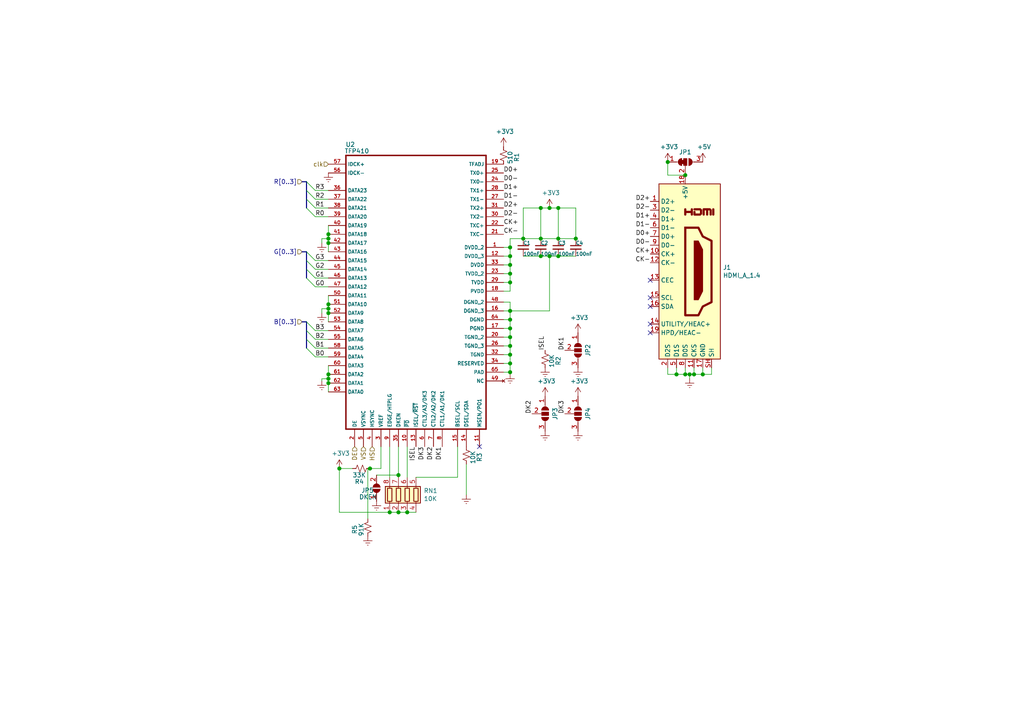
<source format=kicad_sch>
(kicad_sch (version 20200714) (host eeschema "(5.99.0-2671-gfc0a358ba)")
  (page 2 3)
  (paper "A4")
  (lib_symbols
    (symbol "Connector:HDMI_A_1.4" (pin_names (offset 0.508))
      (property "Reference" "J" (at -6.35 26.67 0))
      (property "Value" "HDMI_A_1.4" (at 10.16 26.67 0))
      (symbol "HDMI_A_1.4_0_1"
        (rectangle (start -7.62 25.4) (end 10.16 -25.4) (stroke (width 0.254)) (fill (type background)))
        (polyline (pts (xy 2.54 8.89) (xy 3.81 8.89) (xy 5.08 6.35) (xy 5.08 -5.715) (xy 3.81 -8.255) (xy 2.54 -8.255) (xy 2.54 8.89)) (fill (type outline)))
        (polyline (pts (xy 5.334 16.51) (xy 5.334 18.034) (xy 6.35 18.034) (xy 6.35 16.51) (xy 6.35 18.034) (xy 7.112 18.034) (xy 7.366 17.78) (xy 7.366 16.51)) (stroke (width 0.635)))
        (polyline (pts (xy 0 12.7) (xy 0 -12.7) (xy 3.81 -12.7) (xy 5.08 -10.16) (xy 7.62 -8.89) (xy 7.62 8.89) (xy 5.08 10.16) (xy 3.81 12.7) (xy 0 12.7)) (stroke (width 0.635)))
      )
      (symbol "HDMI_A_1.4_0_0"
        (polyline (pts (xy 8.128 16.51) (xy 8.128 18.034)) (stroke (width 0.635)))
        (polyline (pts (xy 0 16.51) (xy 0 18.034) (xy 0 17.272) (xy 1.905 17.272) (xy 1.905 18.034) (xy 1.905 16.51)) (stroke (width 0.635)))
        (polyline (pts (xy 2.667 18.034) (xy 4.318 18.034) (xy 4.572 17.78) (xy 4.572 16.764) (xy 4.318 16.51) (xy 2.667 16.51) (xy 2.667 17.272)) (stroke (width 0.635)))
      )
      (symbol "HDMI_A_1.4_1_1"
        (pin passive line (at -10.16 20.32 0) (length 2.54) (name "D2+") (number "1"))
        (pin passive line (at -10.16 5.08 0) (length 2.54) (name "CK+") (number "10"))
        (pin power_in line (at 2.54 -27.94 90) (length 2.54) (name "CKS") (number "11"))
        (pin passive line (at -10.16 2.54 0) (length 2.54) (name "CK-") (number "12"))
        (pin bidirectional line (at -10.16 -2.54 0) (length 2.54) (name "CEC") (number "13"))
        (pin passive line (at -10.16 -15.24 0) (length 2.54) (name "UTILITY/HEAC+") (number "14"))
        (pin passive line (at -10.16 -7.62 0) (length 2.54) (name "SCL") (number "15"))
        (pin bidirectional line (at -10.16 -10.16 0) (length 2.54) (name "SDA") (number "16"))
        (pin power_in line (at 5.08 -27.94 90) (length 2.54) (name "GND") (number "17"))
        (pin power_in line (at 0 27.94 270) (length 2.54) (name "+5V") (number "18"))
        (pin passive line (at -10.16 -17.78 0) (length 2.54) (name "HPD/HEAC-") (number "19"))
        (pin power_in line (at -5.08 -27.94 90) (length 2.54) (name "D2S") (number "2"))
        (pin passive line (at -10.16 17.78 0) (length 2.54) (name "D2-") (number "3"))
        (pin passive line (at -10.16 15.24 0) (length 2.54) (name "D1+") (number "4"))
        (pin power_in line (at -2.54 -27.94 90) (length 2.54) (name "D1S") (number "5"))
        (pin passive line (at -10.16 12.7 0) (length 2.54) (name "D1-") (number "6"))
        (pin passive line (at -10.16 10.16 0) (length 2.54) (name "D0+") (number "7"))
        (pin power_in line (at 0 -27.94 90) (length 2.54) (name "D0S") (number "8"))
        (pin passive line (at -10.16 7.62 0) (length 2.54) (name "D0-") (number "9"))
        (pin passive line (at 7.62 -27.94 90) (length 2.54) (name "SH") (number "SH"))
      )
    )
    (symbol "Custom_Symbols:TFP_410"
      (property "Reference" "U" (at 19.05 31.75 0))
      (property "Value" "TFP_410" (at 20.32 36.83 0))
      (symbol "TFP_410_1_1"
        (polyline (pts (xy 0 0) (xy 40.64 0)) (stroke (width 0.4064)))
        (polyline (pts (xy 0 79.375) (xy 0 0)) (stroke (width 0.4064)))
        (polyline (pts (xy 40.64 0) (xy 40.64 79.375)) (stroke (width 0.4064)))
        (polyline (pts (xy 40.64 79.375) (xy 0 79.375)) (stroke (width 0.4064)))
        (pin power_in line (at 45.72 52.705 180) (length 5.08) (name "DVDD_2") (number "1"))
        (pin input line (at 17.78 -5.08 90) (length 5.08) (name "~PD") (number "10"))
        (pin output line (at 38.735 -5.08 90) (length 5.08) (name "MSEN/PO1") (number "11"))
        (pin power_in line (at 45.72 50.165 180) (length 5.08) (name "DVDD_3") (number "12"))
        (pin input line (at 20.32 -5.08 90) (length 5.08) (name "ISEL/~RST") (number "13"))
        (pin bidirectional line (at 34.925 -5.08 90) (length 5.08) (name "DSEL/SDA") (number "14"))
        (pin input line (at 32.385 -5.08 90) (length 5.08) (name "BSEL/SCL") (number "15"))
        (pin passive line (at 45.72 34.29 180) (length 5.08) (name "DGND_3") (number "16"))
        (pin passive line (at 45.72 29.21 180) (length 5.08) (name "PGND") (number "17"))
        (pin power_in line (at 45.72 40.005 180) (length 5.08) (name "PVDD") (number "18"))
        (pin input line (at 45.72 76.835 180) (length 5.08) (name "TFADJ") (number "19"))
        (pin input line (at 2.54 -5.08 90) (length 5.08) (name "DE") (number "2"))
        (pin passive line (at 45.72 26.67 180) (length 5.08) (name "TGND_2") (number "20"))
        (pin output line (at 45.72 56.515 180) (length 5.08) (name "TXC-") (number "21"))
        (pin output line (at 45.72 59.055 180) (length 5.08) (name "TXC+") (number "22"))
        (pin power_in line (at 45.72 45.085 180) (length 5.08) (name "TVDD_2") (number "23"))
        (pin output line (at 45.72 71.755 180) (length 5.08) (name "TX0-") (number "24"))
        (pin output line (at 45.72 74.295 180) (length 5.08) (name "TX0+") (number "25"))
        (pin passive line (at 45.72 24.13 180) (length 5.08) (name "TGND_3") (number "26"))
        (pin output line (at 45.72 66.675 180) (length 5.08) (name "TX1-") (number "27"))
        (pin output line (at 45.72 69.215 180) (length 5.08) (name "TX1+") (number "28"))
        (pin power_in line (at 45.72 42.545 180) (length 5.08) (name "TVDD") (number "29"))
        (pin input line (at 10.16 -5.08 90) (length 5.08) (name "VREF") (number "3"))
        (pin output line (at 45.72 61.595 180) (length 5.08) (name "TX2-") (number "30"))
        (pin output line (at 45.72 64.135 180) (length 5.08) (name "TX2+") (number "31"))
        (pin passive line (at 45.72 21.59 180) (length 5.08) (name "TGND") (number "32"))
        (pin power_in line (at 45.72 47.625 180) (length 5.08) (name "DVDD") (number "33"))
        (pin passive line (at 45.72 19.05 180) (length 5.08) (name "RESERVED") (number "34"))
        (pin input line (at 15.24 -5.08 90) (length 5.08) (name "DKEN") (number "35"))
        (pin input line (at -5.08 69.215 0) (length 5.08) (name "DATA23") (number "36"))
        (pin input line (at -5.08 66.675 0) (length 5.08) (name "DATA22") (number "37"))
        (pin input line (at -5.08 64.135 0) (length 5.08) (name "DATA21") (number "38"))
        (pin input line (at -5.08 61.595 0) (length 5.08) (name "DATA20") (number "39"))
        (pin input line (at 7.62 -5.08 90) (length 5.08) (name "HSYNC") (number "4"))
        (pin input line (at -5.08 59.055 0) (length 5.08) (name "DATA19") (number "40"))
        (pin input line (at -5.08 56.515 0) (length 5.08) (name "DATA18") (number "41"))
        (pin input line (at -5.08 53.975 0) (length 5.08) (name "DATA17") (number "42"))
        (pin input line (at -5.08 51.435 0) (length 5.08) (name "DATA16") (number "43"))
        (pin input line (at -5.08 48.895 0) (length 5.08) (name "DATA15") (number "44"))
        (pin input line (at -5.08 46.355 0) (length 5.08) (name "DATA14") (number "45"))
        (pin input line (at -5.08 43.815 0) (length 5.08) (name "DATA13") (number "46"))
        (pin input line (at -5.08 41.275 0) (length 5.08) (name "DATA12") (number "47"))
        (pin passive line (at 45.72 36.83 180) (length 5.08) (name "DGND_2") (number "48"))
        (pin unconnected line (at 45.72 13.97 180) (length 5.08) (name "NC") (number "49"))
        (pin input line (at 5.08 -5.08 90) (length 5.08) (name "VSYNC") (number "5"))
        (pin input line (at -5.08 38.735 0) (length 5.08) (name "DATA11") (number "50"))
        (pin input line (at -5.08 36.195 0) (length 5.08) (name "DATA10") (number "51"))
        (pin input line (at -5.08 33.655 0) (length 5.08) (name "DATA9") (number "52"))
        (pin input line (at -5.08 31.115 0) (length 5.08) (name "DATA8") (number "53"))
        (pin input line (at -5.08 28.575 0) (length 5.08) (name "DATA7") (number "54"))
        (pin input line (at -5.08 26.035 0) (length 5.08) (name "DATA6") (number "55"))
        (pin input line (at -5.08 74.295 0) (length 5.08) (name "IDCK-") (number "56"))
        (pin input line (at -5.08 76.835 0) (length 5.08) (name "IDCK+") (number "57"))
        (pin input line (at -5.08 23.495 0) (length 5.08) (name "DATA5") (number "58"))
        (pin input line (at -5.08 20.955 0) (length 5.08) (name "DATA4") (number "59"))
        (pin input line (at 22.86 -5.08 90) (length 5.08) (name "CTL3/A3/DK3") (number "6"))
        (pin input line (at -5.08 18.415 0) (length 5.08) (name "DATA3") (number "60"))
        (pin input line (at -5.08 15.875 0) (length 5.08) (name "DATA2") (number "61"))
        (pin input line (at -5.08 13.335 0) (length 5.08) (name "DATA1") (number "62"))
        (pin input line (at -5.08 10.795 0) (length 5.08) (name "DATA0") (number "63"))
        (pin passive line (at 45.72 31.75 180) (length 5.08) (name "DGND") (number "64"))
        (pin passive line (at 45.72 16.51 180) (length 5.08) (name "PAD") (number "65"))
        (pin input line (at 25.4 -5.08 90) (length 5.08) (name "CTL2/A2/DK2") (number "7"))
        (pin input line (at 27.94 -5.08 90) (length 5.08) (name "CTL1/A1/DK1") (number "8"))
        (pin input line (at 12.7 -5.08 90) (length 5.08) (name "EDGE/HTPLG") (number "9"))
      )
    )
    (symbol "Device:C_Small" (pin_numbers hide) (pin_names (offset 0.254) hide)
      (property "Reference" "C" (at 0.254 1.778 0))
      (property "Value" "C_Small" (at 0.254 -2.032 0))
      (symbol "C_Small_0_1"
        (polyline (pts (xy -1.524 -0.508) (xy 1.524 -0.508)) (stroke (width 0.3302)))
        (polyline (pts (xy -1.524 0.508) (xy 1.524 0.508)) (stroke (width 0.3048)))
      )
      (symbol "C_Small_1_1"
        (pin passive line (at 0 2.54 270) (length 2.032) (name "~") (number "1"))
        (pin passive line (at 0 -2.54 90) (length 2.032) (name "~") (number "2"))
      )
    )
    (symbol "Device:R_Pack04" (pin_names (offset 0) hide)
      (property "Reference" "RN" (at -7.62 0 90))
      (property "Value" "R_Pack04" (at 5.08 0 90))
      (symbol "R_Pack04_0_1"
        (rectangle (start -3.175 1.905) (end -1.905 -1.905) (stroke (width 0.254)))
        (rectangle (start -5.715 1.905) (end -4.445 -1.905) (stroke (width 0.254)))
        (rectangle (start -0.635 1.905) (end 0.635 -1.905) (stroke (width 0.254)))
        (rectangle (start -6.35 -2.413) (end 3.81 2.413) (stroke (width 0.254)) (fill (type background)))
        (rectangle (start 1.905 1.905) (end 3.175 -1.905) (stroke (width 0.254)))
        (polyline (pts (xy -2.54 -2.54) (xy -2.54 -1.905)))
        (polyline (pts (xy -2.54 1.905) (xy -2.54 2.54)))
        (polyline (pts (xy -5.08 -2.54) (xy -5.08 -1.905)))
        (polyline (pts (xy -5.08 1.905) (xy -5.08 2.54)))
        (polyline (pts (xy 0 -2.54) (xy 0 -1.905)))
        (polyline (pts (xy 0 1.905) (xy 0 2.54)))
        (polyline (pts (xy 2.54 -2.54) (xy 2.54 -1.905)))
        (polyline (pts (xy 2.54 1.905) (xy 2.54 2.54)))
      )
      (symbol "R_Pack04_1_1"
        (pin passive line (at -5.08 -5.08 90) (length 2.54) (name "R1.1") (number "1"))
        (pin passive line (at -5.08 5.08 270) (length 2.54) (name "R1.2") (number "8"))
        (pin passive line (at -2.54 -5.08 90) (length 2.54) (name "R2.1") (number "2"))
        (pin passive line (at -2.54 5.08 270) (length 2.54) (name "R2.2") (number "7"))
        (pin passive line (at 0 -5.08 90) (length 2.54) (name "R3.1") (number "3"))
        (pin passive line (at 0 5.08 270) (length 2.54) (name "R3.2") (number "6"))
        (pin passive line (at 2.54 -5.08 90) (length 2.54) (name "R4.1") (number "4"))
        (pin passive line (at 2.54 5.08 270) (length 2.54) (name "R4.2") (number "5"))
      )
    )
    (symbol "Device:R_Small_US" (pin_numbers hide) (pin_names (offset 0.254) hide)
      (property "Reference" "R" (at 0.762 0.508 0))
      (property "Value" "R_Small_US" (at 0.762 -1.016 0))
      (symbol "R_Small_US_1_1"
        (polyline (pts (xy 0 0) (xy 1.016 -0.381) (xy 0 -0.762) (xy -1.016 -1.143) (xy 0 -1.524)))
        (polyline (pts (xy 0 1.524) (xy 1.016 1.143) (xy 0 0.762) (xy -1.016 0.381) (xy 0 0)))
        (pin passive line (at 0 2.54 270) (length 1.016) (name "~") (number "1"))
        (pin passive line (at 0 -2.54 90) (length 1.016) (name "~") (number "2"))
      )
    )
    (symbol "Jumper:SolderJumper_2_Open" (pin_names (offset 0) hide)
      (property "Reference" "JP" (at 0 2.032 0))
      (property "Value" "SolderJumper_2_Open" (at 0 -2.54 0))
      (symbol "SolderJumper_2_Open_0_1"
        (arc (start -0.254 1.016) (end -0.254 -1.016) (radius (at -0.254 0) (length 1.016) (angles 90.1 -90.1)))
        (arc (start -0.254 1.016) (end -0.254 -1.016) (radius (at -0.254 0) (length 1.016) (angles 90.1 -90.1)) (fill (type outline)))
        (arc (start 0.254 -1.016) (end 0.254 1.016) (radius (at 0.254 0) (length 1.016) (angles -89.9 89.9)))
        (arc (start 0.254 -1.016) (end 0.254 1.016) (radius (at 0.254 0) (length 1.016) (angles -89.9 89.9)) (fill (type outline)))
        (polyline (pts (xy -0.254 1.016) (xy -0.254 -1.016)))
        (polyline (pts (xy 0.254 1.016) (xy 0.254 -1.016)))
      )
      (symbol "SolderJumper_2_Open_1_1"
        (pin passive line (at -3.81 0 0) (length 2.54) (name "A") (number "1"))
        (pin passive line (at 3.81 0 180) (length 2.54) (name "B") (number "2"))
      )
    )
    (symbol "Jumper:SolderJumper_3_Bridged12" (pin_names (offset 0) hide)
      (property "Reference" "JP" (at -2.54 -2.54 0))
      (property "Value" "SolderJumper_3_Bridged12" (at 0 2.794 0))
      (symbol "SolderJumper_3_Bridged12_0_1"
        (arc (start -1.016 1.016) (end -1.016 -1.016) (radius (at -1.016 0) (length 1.016) (angles 90.1 -90.1)))
        (arc (start -1.016 1.016) (end -1.016 -1.016) (radius (at -1.016 0) (length 1.016) (angles 90.1 -90.1)) (fill (type outline)))
        (arc (start 1.016 -1.016) (end 1.016 1.016) (radius (at 1.016 0) (length 1.016) (angles -89.9 89.9)))
        (arc (start 1.016 -1.016) (end 1.016 1.016) (radius (at 1.016 0) (length 1.016) (angles -89.9 89.9)) (fill (type outline)))
        (rectangle (start -1.016 0.508) (end -0.508 -0.508) (fill (type outline)))
        (rectangle (start -0.508 1.016) (end 0.508 -1.016) (fill (type outline)))
        (polyline (pts (xy -2.54 0) (xy -2.032 0)))
        (polyline (pts (xy -1.016 1.016) (xy -1.016 -1.016)))
        (polyline (pts (xy 0 -1.27) (xy 0 -1.016)))
        (polyline (pts (xy 1.016 1.016) (xy 1.016 -1.016)))
        (polyline (pts (xy 2.54 0) (xy 2.032 0)))
      )
      (symbol "SolderJumper_3_Bridged12_1_1"
        (pin passive line (at -5.08 0 0) (length 2.54) (name "A") (number "1"))
        (pin input line (at 0 -3.81 90) (length 2.54) (name "C") (number "2"))
        (pin passive line (at 5.08 0 180) (length 2.54) (name "B") (number "3"))
      )
    )
    (symbol "Jumper:SolderJumper_3_Open" (pin_names (offset 0) hide)
      (property "Reference" "JP" (at -2.54 -2.54 0))
      (property "Value" "SolderJumper_3_Open" (at 0 2.794 0))
      (symbol "SolderJumper_3_Open_0_1"
        (arc (start -1.016 1.016) (end -1.016 -1.016) (radius (at -1.016 0) (length 1.016) (angles 90.1 -90.1)))
        (arc (start -1.016 1.016) (end -1.016 -1.016) (radius (at -1.016 0) (length 1.016) (angles 90.1 -90.1)) (fill (type outline)))
        (arc (start 1.016 -1.016) (end 1.016 1.016) (radius (at 1.016 0) (length 1.016) (angles -89.9 89.9)))
        (arc (start 1.016 -1.016) (end 1.016 1.016) (radius (at 1.016 0) (length 1.016) (angles -89.9 89.9)) (fill (type outline)))
        (rectangle (start -0.508 1.016) (end 0.508 -1.016) (fill (type outline)))
        (polyline (pts (xy -2.54 0) (xy -2.032 0)))
        (polyline (pts (xy -1.016 1.016) (xy -1.016 -1.016)))
        (polyline (pts (xy 0 -1.27) (xy 0 -1.016)))
        (polyline (pts (xy 1.016 1.016) (xy 1.016 -1.016)))
        (polyline (pts (xy 2.54 0) (xy 2.032 0)))
      )
      (symbol "SolderJumper_3_Open_1_1"
        (pin passive line (at -5.08 0 0) (length 2.54) (name "A") (number "1"))
        (pin input line (at 0 -3.81 90) (length 2.54) (name "C") (number "2"))
        (pin passive line (at 5.08 0 180) (length 2.54) (name "B") (number "3"))
      )
    )
    (symbol "power:+3V3" (power) (pin_names (offset 0))
      (property "Value" "+3V3" (at 0 3.556 0))
      (symbol "+3V3_0_1"
        (polyline (pts (xy -0.762 1.27) (xy 0 2.54)))
        (polyline (pts (xy 0 0) (xy 0 2.54)))
        (polyline (pts (xy 0 2.54) (xy 0.762 1.27)))
      )
      (symbol "+3V3_1_1"
        (pin power_in line (at 0 0 90) (length 0) hide (name "+3V3") (number "1"))
      )
    )
    (symbol "power:+5V" (power) (pin_names (offset 0))
      (property "Value" "+5V" (at 0 3.556 0))
      (symbol "+5V_0_1"
        (polyline (pts (xy -0.762 1.27) (xy 0 2.54)))
        (polyline (pts (xy 0 0) (xy 0 2.54)))
        (polyline (pts (xy 0 2.54) (xy 0.762 1.27)))
      )
      (symbol "+5V_1_1"
        (pin power_in line (at 0 0 90) (length 0) hide (name "+5V") (number "1"))
      )
    )
    (symbol "power:GNDREF" (power) (pin_names (offset 0))
      (property "Value" "GNDREF" (at 0 -3.81 0))
      (symbol "GNDREF_0_1"
        (polyline (pts (xy -0.635 -1.905) (xy 0.635 -1.905)))
        (polyline (pts (xy -0.127 -2.54) (xy 0.127 -2.54)))
        (polyline (pts (xy 0 -1.27) (xy 0 0)))
        (polyline (pts (xy 1.27 -1.27) (xy -1.27 -1.27)))
      )
      (symbol "GNDREF_1_1"
        (pin power_in line (at 0 0 270) (length 0) hide (name "GNDREF") (number "1"))
      )
    )
  )
  (junction (at 95.25 67.945) (diameter 1.016))
  (junction (at 95.25 69.215) (diameter 1.016))
  (junction (at 95.25 70.485) (diameter 1.016))
  (junction (at 95.25 88.265) (diameter 1.016))
  (junction (at 95.25 89.535) (diameter 1.016))
  (junction (at 95.25 90.805) (diameter 1.016))
  (junction (at 95.25 108.585) (diameter 1.016))
  (junction (at 95.25 109.855) (diameter 1.016))
  (junction (at 95.25 111.125) (diameter 1.016))
  (junction (at 98.425 135.89) (diameter 1.016))
  (junction (at 107.315 135.89) (diameter 1.016))
  (junction (at 113.03 148.59) (diameter 1.016))
  (junction (at 115.57 137.795) (diameter 1.016))
  (junction (at 115.57 148.59) (diameter 1.016))
  (junction (at 118.11 148.59) (diameter 1.016))
  (junction (at 147.955 71.755) (diameter 1.016))
  (junction (at 147.955 74.295) (diameter 1.016))
  (junction (at 147.955 76.835) (diameter 1.016))
  (junction (at 147.955 79.375) (diameter 1.016))
  (junction (at 147.955 81.915) (diameter 1.016))
  (junction (at 147.955 90.17) (diameter 1.016))
  (junction (at 147.955 92.71) (diameter 1.016))
  (junction (at 147.955 95.25) (diameter 1.016))
  (junction (at 147.955 97.79) (diameter 1.016))
  (junction (at 147.955 100.33) (diameter 1.016))
  (junction (at 147.955 102.87) (diameter 1.016))
  (junction (at 147.955 105.41) (diameter 1.016))
  (junction (at 147.955 107.95) (diameter 1.016))
  (junction (at 151.765 69.215) (diameter 1.016))
  (junction (at 156.845 60.325) (diameter 1.016))
  (junction (at 156.845 69.215) (diameter 1.016))
  (junction (at 156.845 74.295) (diameter 1.016))
  (junction (at 159.385 60.325) (diameter 1.016))
  (junction (at 159.385 74.295) (diameter 1.016))
  (junction (at 161.925 60.325) (diameter 1.016))
  (junction (at 161.925 69.215) (diameter 1.016))
  (junction (at 161.925 74.295) (diameter 1.016))
  (junction (at 167.005 69.215) (diameter 1.016))
  (junction (at 193.675 46.99) (diameter 1.016))
  (junction (at 196.215 108.585) (diameter 1.016))
  (junction (at 198.755 50.8) (diameter 1.016))
  (junction (at 198.755 108.585) (diameter 1.016))
  (junction (at 200.025 108.585) (diameter 1.016))
  (junction (at 201.295 108.585) (diameter 1.016))
  (junction (at 203.835 108.585) (diameter 1.016))
  (no_connect (at 188.595 86.36))
  (no_connect (at 188.595 88.9))
  (no_connect (at 188.595 96.52))
  (no_connect (at 139.065 129.54))
  (no_connect (at 188.595 81.28))
  (no_connect (at 188.595 93.98))
  (bus_entry (at 88.9 52.705) (size 2.54 2.54) (stroke (width 0.1524)))
  (bus_entry (at 88.9 55.245) (size 2.54 2.54) (stroke (width 0.1524)))
  (bus_entry (at 88.9 57.785) (size 2.54 2.54) (stroke (width 0.1524)))
  (bus_entry (at 88.9 60.325) (size 2.54 2.54) (stroke (width 0.1524)))
  (bus_entry (at 88.9 73.025) (size 2.54 2.54) (stroke (width 0.1524)))
  (bus_entry (at 88.9 75.565) (size 2.54 2.54) (stroke (width 0.1524)))
  (bus_entry (at 88.9 78.105) (size 2.54 2.54) (stroke (width 0.1524)))
  (bus_entry (at 88.9 80.645) (size 2.54 2.54) (stroke (width 0.1524)))
  (bus_entry (at 88.9 93.345) (size 2.54 2.54) (stroke (width 0.1524)))
  (bus_entry (at 88.9 95.885) (size 2.54 2.54) (stroke (width 0.1524)))
  (bus_entry (at 88.9 98.425) (size 2.54 2.54) (stroke (width 0.1524)))
  (bus_entry (at 88.9 100.965) (size 2.54 2.54) (stroke (width 0.1524)))
  (wire (pts (xy 91.44 55.245) (xy 95.25 55.245)))
  (wire (pts (xy 91.44 60.325) (xy 95.25 60.325)))
  (wire (pts (xy 91.44 80.645) (xy 95.25 80.645)))
  (wire (pts (xy 93.345 69.215) (xy 95.25 69.215)))
  (wire (pts (xy 93.345 70.485) (xy 93.345 69.215)))
  (wire (pts (xy 93.345 89.535) (xy 95.25 89.535)))
  (wire (pts (xy 93.345 90.805) (xy 93.345 89.535)))
  (wire (pts (xy 93.345 109.855) (xy 95.25 109.855)))
  (wire (pts (xy 93.345 110.49) (xy 93.345 109.855)))
  (wire (pts (xy 95.25 57.785) (xy 91.44 57.785)))
  (wire (pts (xy 95.25 62.865) (xy 91.44 62.865)))
  (wire (pts (xy 95.25 65.405) (xy 95.25 67.945)))
  (wire (pts (xy 95.25 67.945) (xy 95.25 69.215)))
  (wire (pts (xy 95.25 69.215) (xy 95.25 70.485)))
  (wire (pts (xy 95.25 70.485) (xy 95.25 73.025)))
  (wire (pts (xy 95.25 75.565) (xy 91.44 75.565)))
  (wire (pts (xy 95.25 78.105) (xy 91.44 78.105)))
  (wire (pts (xy 95.25 83.185) (xy 91.44 83.185)))
  (wire (pts (xy 95.25 85.725) (xy 95.25 88.265)))
  (wire (pts (xy 95.25 88.265) (xy 95.25 89.535)))
  (wire (pts (xy 95.25 89.535) (xy 95.25 90.805)))
  (wire (pts (xy 95.25 90.805) (xy 95.25 93.345)))
  (wire (pts (xy 95.25 95.885) (xy 91.44 95.885)))
  (wire (pts (xy 95.25 98.425) (xy 91.44 98.425)))
  (wire (pts (xy 95.25 100.965) (xy 91.44 100.965)))
  (wire (pts (xy 95.25 103.505) (xy 91.44 103.505)))
  (wire (pts (xy 95.25 106.045) (xy 95.25 108.585)))
  (wire (pts (xy 95.25 108.585) (xy 95.25 109.855)))
  (wire (pts (xy 95.25 109.855) (xy 95.25 111.125)))
  (wire (pts (xy 95.25 111.125) (xy 95.25 113.665)))
  (wire (pts (xy 98.425 135.89) (xy 98.425 148.59)))
  (wire (pts (xy 98.425 148.59) (xy 113.03 148.59)))
  (wire (pts (xy 102.235 135.89) (xy 98.425 135.89)))
  (wire (pts (xy 106.68 135.89) (xy 107.315 135.89)))
  (wire (pts (xy 106.68 150.495) (xy 106.68 135.89)))
  (wire (pts (xy 109.22 137.795) (xy 115.57 137.795)))
  (wire (pts (xy 110.49 129.54) (xy 110.49 135.89)))
  (wire (pts (xy 110.49 135.89) (xy 107.315 135.89)))
  (wire (pts (xy 113.03 129.54) (xy 113.03 138.43)))
  (wire (pts (xy 113.03 148.59) (xy 115.57 148.59)))
  (wire (pts (xy 115.57 129.54) (xy 115.57 137.795)))
  (wire (pts (xy 115.57 137.795) (xy 115.57 138.43)))
  (wire (pts (xy 115.57 148.59) (xy 118.11 148.59)))
  (wire (pts (xy 118.11 129.54) (xy 118.11 138.43)))
  (wire (pts (xy 118.11 148.59) (xy 120.65 148.59)))
  (wire (pts (xy 132.715 129.54) (xy 132.715 138.43)))
  (wire (pts (xy 132.715 138.43) (xy 120.65 138.43)))
  (wire (pts (xy 135.255 134.62) (xy 135.255 143.51)))
  (wire (pts (xy 146.05 71.755) (xy 147.955 71.755)))
  (wire (pts (xy 146.05 74.295) (xy 147.955 74.295)))
  (wire (pts (xy 146.05 76.835) (xy 147.955 76.835)))
  (wire (pts (xy 146.05 79.375) (xy 147.955 79.375)))
  (wire (pts (xy 146.05 81.915) (xy 147.955 81.915)))
  (wire (pts (xy 146.05 84.455) (xy 147.955 84.455)))
  (wire (pts (xy 146.05 87.63) (xy 147.955 87.63)))
  (wire (pts (xy 146.05 90.17) (xy 147.955 90.17)))
  (wire (pts (xy 146.05 95.25) (xy 147.955 95.25)))
  (wire (pts (xy 146.05 100.33) (xy 147.955 100.33)))
  (wire (pts (xy 146.05 105.41) (xy 147.955 105.41)))
  (wire (pts (xy 147.955 69.215) (xy 147.955 71.755)))
  (wire (pts (xy 147.955 69.215) (xy 151.765 69.215)))
  (wire (pts (xy 147.955 71.755) (xy 147.955 74.295)))
  (wire (pts (xy 147.955 74.295) (xy 147.955 76.835)))
  (wire (pts (xy 147.955 76.835) (xy 147.955 79.375)))
  (wire (pts (xy 147.955 79.375) (xy 147.955 81.915)))
  (wire (pts (xy 147.955 81.915) (xy 147.955 84.455)))
  (wire (pts (xy 147.955 87.63) (xy 147.955 90.17)))
  (wire (pts (xy 147.955 90.17) (xy 147.955 92.71)))
  (wire (pts (xy 147.955 90.17) (xy 159.385 90.17)))
  (wire (pts (xy 147.955 92.71) (xy 146.05 92.71)))
  (wire (pts (xy 147.955 92.71) (xy 147.955 95.25)))
  (wire (pts (xy 147.955 95.25) (xy 147.955 97.79)))
  (wire (pts (xy 147.955 97.79) (xy 146.05 97.79)))
  (wire (pts (xy 147.955 97.79) (xy 147.955 100.33)))
  (wire (pts (xy 147.955 100.33) (xy 147.955 102.87)))
  (wire (pts (xy 147.955 102.87) (xy 146.05 102.87)))
  (wire (pts (xy 147.955 102.87) (xy 147.955 105.41)))
  (wire (pts (xy 147.955 105.41) (xy 147.955 107.95)))
  (wire (pts (xy 147.955 107.95) (xy 146.05 107.95)))
  (wire (pts (xy 147.955 108.585) (xy 147.955 107.95)))
  (wire (pts (xy 151.765 60.325) (xy 151.765 69.215)))
  (wire (pts (xy 151.765 60.325) (xy 156.845 60.325)))
  (wire (pts (xy 151.765 69.215) (xy 156.845 69.215)))
  (wire (pts (xy 151.765 74.295) (xy 156.845 74.295)))
  (wire (pts (xy 156.845 60.325) (xy 156.845 69.215)))
  (wire (pts (xy 156.845 60.325) (xy 159.385 60.325)))
  (wire (pts (xy 156.845 69.215) (xy 161.925 69.215)))
  (wire (pts (xy 156.845 74.295) (xy 159.385 74.295)))
  (wire (pts (xy 159.385 60.325) (xy 161.925 60.325)))
  (wire (pts (xy 159.385 74.295) (xy 159.385 90.17)))
  (wire (pts (xy 159.385 74.295) (xy 161.925 74.295)))
  (wire (pts (xy 161.925 60.325) (xy 161.925 69.215)))
  (wire (pts (xy 161.925 60.325) (xy 167.005 60.325)))
  (wire (pts (xy 161.925 69.215) (xy 167.005 69.215)))
  (wire (pts (xy 161.925 74.295) (xy 167.005 74.295)))
  (wire (pts (xy 167.005 60.325) (xy 167.005 69.215)))
  (wire (pts (xy 193.675 46.99) (xy 193.675 50.8)))
  (wire (pts (xy 193.675 106.68) (xy 193.675 108.585)))
  (wire (pts (xy 193.675 108.585) (xy 196.215 108.585)))
  (wire (pts (xy 196.215 106.68) (xy 196.215 108.585)))
  (wire (pts (xy 196.215 108.585) (xy 198.755 108.585)))
  (wire (pts (xy 198.755 50.8) (xy 193.675 50.8)))
  (wire (pts (xy 198.755 106.68) (xy 198.755 108.585)))
  (wire (pts (xy 198.755 108.585) (xy 200.025 108.585)))
  (wire (pts (xy 200.025 108.585) (xy 201.295 108.585)))
  (wire (pts (xy 200.025 109.855) (xy 200.025 108.585)))
  (wire (pts (xy 201.295 106.68) (xy 201.295 108.585)))
  (wire (pts (xy 201.295 108.585) (xy 203.835 108.585)))
  (wire (pts (xy 203.835 106.68) (xy 203.835 108.585)))
  (wire (pts (xy 203.835 108.585) (xy 206.375 108.585)))
  (wire (pts (xy 206.375 108.585) (xy 206.375 106.68)))
  (bus (pts (xy 88.9 52.705) (xy 87.63 52.705)))
  (bus (pts (xy 88.9 52.705) (xy 88.9 55.245)))
  (bus (pts (xy 88.9 55.245) (xy 88.9 57.785)))
  (bus (pts (xy 88.9 57.785) (xy 88.9 60.325)))
  (bus (pts (xy 88.9 73.025) (xy 87.63 73.025)))
  (bus (pts (xy 88.9 73.025) (xy 88.9 75.565)))
  (bus (pts (xy 88.9 75.565) (xy 88.9 78.105)))
  (bus (pts (xy 88.9 78.105) (xy 88.9 80.645)))
  (bus (pts (xy 88.9 93.345) (xy 87.63 93.345)))
  (bus (pts (xy 88.9 93.345) (xy 88.9 95.885)))
  (bus (pts (xy 88.9 95.885) (xy 88.9 98.425)))
  (bus (pts (xy 88.9 98.425) (xy 88.9 100.965)))
  (label "R3" (at 91.44 55.245 0))
  (label "R2" (at 91.44 57.785 0))
  (label "R1" (at 91.44 60.325 0))
  (label "R0" (at 91.44 62.865 0))
  (label "G3" (at 91.44 75.565 0))
  (label "G2" (at 91.44 78.105 0))
  (label "G1" (at 91.44 80.645 0))
  (label "G0" (at 91.44 83.185 0))
  (label "B3" (at 91.44 95.885 0))
  (label "B2" (at 91.44 98.425 0))
  (label "B1" (at 91.44 100.965 0))
  (label "B0" (at 91.44 103.505 0))
  (label "ISEL" (at 120.65 129.54 270))
  (label "DK3" (at 123.19 129.54 270))
  (label "DK2" (at 125.73 129.54 270))
  (label "DK1" (at 128.27 129.54 270))
  (label "D0+" (at 146.05 50.165 0))
  (label "D0-" (at 146.05 52.705 0))
  (label "D1+" (at 146.05 55.245 0))
  (label "D1-" (at 146.05 57.785 0))
  (label "D2+" (at 146.05 60.325 0))
  (label "D2-" (at 146.05 62.865 0))
  (label "CK+" (at 146.05 65.405 0))
  (label "CK-" (at 146.05 67.945 0))
  (label "DK2" (at 154.305 120.015 90))
  (label "ISEL" (at 158.115 101.6 90))
  (label "DK1" (at 163.83 101.6 90))
  (label "DK3" (at 163.83 120.015 90))
  (label "D2+" (at 188.595 58.42 180))
  (label "D2-" (at 188.595 60.96 180))
  (label "D1+" (at 188.595 63.5 180))
  (label "D1-" (at 188.595 66.04 180))
  (label "D0+" (at 188.595 68.58 180))
  (label "D0-" (at 188.595 71.12 180))
  (label "CK+" (at 188.595 73.66 180))
  (label "CK-" (at 188.595 76.2 180))
  (hierarchical_label "R[0..3]" (shape input) (at 87.63 52.705 180))
  (hierarchical_label "G[0..3]" (shape input) (at 87.63 73.025 180))
  (hierarchical_label "B[0..3]" (shape input) (at 87.63 93.345 180))
  (hierarchical_label "clk" (shape input) (at 95.25 47.625 180))
  (hierarchical_label "DE" (shape input) (at 102.87 129.54 270))
  (hierarchical_label "VS" (shape input) (at 105.41 129.54 270))
  (hierarchical_label "HS" (shape input) (at 107.95 129.54 270))
  (symbol (lib_id "power:+3V3") (at 98.425 135.89 0) (unit 1)
    (property "Reference" "#PWR036" (effects hide))
    (property "Value" "+3V3" (at 98.806 131.4958 0))
  )
  (symbol (lib_id "power:+3V3") (at 146.05 42.545 0) (unit 1)
    (property "Reference" "#PWR019" (effects hide))
    (property "Value" "+3V3" (at 146.431 38.1508 0))
  )
  (symbol (lib_id "power:+3V3") (at 158.115 114.935 0) (unit 1)
    (property "Reference" "#PWR032" (effects hide))
    (property "Value" "+3V3" (at 158.496 110.5408 0))
  )
  (symbol (lib_id "power:+3V3") (at 159.385 60.325 0) (unit 1)
    (property "Reference" "#PWR023" (effects hide))
    (property "Value" "+3V3" (at 159.766 55.9308 0))
  )
  (symbol (lib_id "power:+3V3") (at 167.64 96.52 0) (unit 1)
    (property "Reference" "#PWR026" (effects hide))
    (property "Value" "+3V3" (at 168.021 92.1258 0))
  )
  (symbol (lib_id "power:+3V3") (at 167.64 114.935 0) (unit 1)
    (property "Reference" "#PWR033" (effects hide))
    (property "Value" "+3V3" (at 168.021 110.5408 0))
  )
  (symbol (lib_id "power:+3V3") (at 193.675 46.99 0) (unit 1)
    (property "Reference" "#PWR020" (effects hide))
    (property "Value" "+3V3" (at 194.056 42.5958 0))
  )
  (symbol (lib_id "power:+5V") (at 203.835 46.99 0) (unit 1)
    (property "Reference" "#PWR021" (effects hide))
    (property "Value" "+5V" (at 204.216 42.5958 0))
  )
  (symbol (lib_id "power:GNDREF") (at 93.345 70.485 0) (unit 1)
    (property "Reference" "#PWR024" (effects hide))
    (property "Value" "GNDREF" (effects hide))
  )
  (symbol (lib_id "power:GNDREF") (at 93.345 90.805 0) (unit 1)
    (property "Reference" "#PWR025" (effects hide))
    (property "Value" "GNDREF" (effects hide))
  )
  (symbol (lib_id "power:GNDREF") (at 93.345 110.49 0) (unit 1)
    (property "Reference" "#PWR031" (effects hide))
    (property "Value" "GNDREF" (effects hide))
  )
  (symbol (lib_id "power:GNDREF") (at 95.25 50.165 0) (unit 1)
    (property "Reference" "#PWR022" (effects hide))
    (property "Value" "GNDREF" (effects hide))
  )
  (symbol (lib_id "power:GNDREF") (at 106.68 155.575 0) (unit 1)
    (property "Reference" "#PWR039" (effects hide))
    (property "Value" "GNDREF" (effects hide))
  )
  (symbol (lib_id "power:GNDREF") (at 109.22 145.415 0) (unit 1)
    (property "Reference" "#PWR038" (effects hide))
    (property "Value" "GNDREF" (effects hide))
  )
  (symbol (lib_id "power:GNDREF") (at 135.255 143.51 0) (unit 1)
    (property "Reference" "#PWR037" (effects hide))
    (property "Value" "GNDREF" (effects hide))
  )
  (symbol (lib_id "power:GNDREF") (at 147.955 108.585 0) (unit 1)
    (property "Reference" "#PWR029" (effects hide))
    (property "Value" "GNDREF" (effects hide))
  )
  (symbol (lib_id "power:GNDREF") (at 158.115 106.68 0) (unit 1)
    (property "Reference" "#PWR027" (effects hide))
    (property "Value" "GNDREF" (effects hide))
  )
  (symbol (lib_id "power:GNDREF") (at 158.115 125.095 0) (unit 1)
    (property "Reference" "#PWR034" (effects hide))
    (property "Value" "GNDREF" (effects hide))
  )
  (symbol (lib_id "power:GNDREF") (at 167.64 106.68 0) (unit 1)
    (property "Reference" "#PWR028" (effects hide))
    (property "Value" "GNDREF" (effects hide))
  )
  (symbol (lib_id "power:GNDREF") (at 167.64 125.095 0) (unit 1)
    (property "Reference" "#PWR035" (effects hide))
    (property "Value" "GNDREF" (effects hide))
  )
  (symbol (lib_id "power:GNDREF") (at 200.025 109.855 0) (unit 1)
    (property "Reference" "#PWR030" (effects hide))
    (property "Value" "GNDREF" (effects hide))
  )
  (symbol (lib_id "Device:R_Small_US") (at 104.775 135.89 270) (unit 1)
    (property "Reference" "R4" (at 102.87 139.7 90) (effects (justify left)))
    (property "Value" "33K" (at 102.235 137.795 90) (effects (justify left)))
    (property "Footprint" "Resistor_SMD:R_0603_1608Metric" (effects hide))
  )
  (symbol (lib_id "Device:R_Small_US") (at 106.68 153.035 0) (mirror y) (unit 1)
    (property "Reference" "R5" (at 102.87 154.94 90) (effects (justify left)))
    (property "Value" "91K" (at 104.775 155.575 90) (effects (justify left)))
    (property "Footprint" "Resistor_SMD:R_0603_1608Metric" (effects hide))
  )
  (symbol (lib_id "Device:R_Small_US") (at 135.255 132.08 0) (unit 1)
    (property "Reference" "R3" (at 139.065 133.985 90) (effects (justify left)))
    (property "Value" "10K" (at 137.16 134.62 90) (effects (justify left)))
    (property "Footprint" "Resistor_SMD:R_0603_1608Metric" (effects hide))
  )
  (symbol (lib_id "Device:R_Small_US") (at 146.05 45.085 0) (unit 1)
    (property "Reference" "R1" (at 149.86 46.99 90) (effects (justify left)))
    (property "Value" "510" (at 147.955 47.625 90) (effects (justify left)))
    (property "Footprint" "Resistor_SMD:R_0603_1608Metric" (effects hide))
  )
  (symbol (lib_id "Device:R_Small_US") (at 158.115 104.14 0) (unit 1)
    (property "Reference" "R2" (at 161.925 106.045 90) (effects (justify left)))
    (property "Value" "10K" (at 160.02 106.68 90) (effects (justify left)))
    (property "Footprint" "Resistor_SMD:R_0603_1608Metric" (effects hide))
  )
  (symbol (lib_id "Device:C_Small") (at 151.765 71.755 0) (unit 1)
    (property "Reference" "C1" (at 151.765 70.485 0) (effects (font (size 1.016 1.016)) (justify left)))
    (property "Value" "100nF" (at 151.765 73.66 0) (effects (font (size 1.016 1.016)) (justify left)))
    (property "Footprint" "Capacitor_SMD:C_0603_1608Metric" (effects hide))
  )
  (symbol (lib_id "Device:C_Small") (at 156.845 71.755 0) (unit 1)
    (property "Reference" "C2" (at 156.845 70.485 0) (effects (font (size 1.016 1.016)) (justify left)))
    (property "Value" "100nF" (at 156.845 73.66 0) (effects (font (size 1.016 1.016)) (justify left)))
    (property "Footprint" "Capacitor_SMD:C_0603_1608Metric" (effects hide))
  )
  (symbol (lib_id "Device:C_Small") (at 161.925 71.755 0) (unit 1)
    (property "Reference" "C3" (at 161.925 70.485 0) (effects (font (size 1.016 1.016)) (justify left)))
    (property "Value" "100nF" (at 161.925 73.66 0) (effects (font (size 1.016 1.016)) (justify left)))
    (property "Footprint" "Capacitor_SMD:C_0603_1608Metric" (effects hide))
  )
  (symbol (lib_id "Device:C_Small") (at 167.005 71.755 0) (unit 1)
    (property "Reference" "C4" (at 167.005 70.485 0) (effects (font (size 1.016 1.016)) (justify left)))
    (property "Value" "100nF" (at 167.005 73.66 0) (effects (font (size 1.016 1.016)) (justify left)))
    (property "Footprint" "Capacitor_SMD:C_0603_1608Metric" (effects hide))
  )
  (symbol (lib_id "Jumper:SolderJumper_2_Open") (at 109.22 141.605 90) (unit 1)
    (property "Reference" "JP5" (at 104.775 142.24 90) (effects (justify right)))
    (property "Value" "DKEN" (at 104.14 144.145 90) (effects (justify right)))
    (property "Footprint" "Custom_Parts:Jumper_2_Pin_Unbridged" (effects hide))
  )
  (symbol (lib_id "Jumper:SolderJumper_3_Open") (at 158.115 120.015 270) (unit 1)
    (property "Reference" "JP3" (at 160.9852 120.015 0))
    (property "Value" "DK2" (effects hide))
    (property "Footprint" "Custom_Parts:jumper_unbridged" (effects hide))
  )
  (symbol (lib_id "Jumper:SolderJumper_3_Open") (at 167.64 101.6 270) (unit 1)
    (property "Reference" "JP2" (at 170.5102 101.6 0))
    (property "Value" "DK1" (effects hide))
    (property "Footprint" "Custom_Parts:jumper_unbridged" (effects hide))
  )
  (symbol (lib_id "Jumper:SolderJumper_3_Open") (at 167.64 120.015 270) (unit 1)
    (property "Reference" "JP4" (at 170.5102 120.015 0))
    (property "Value" "DK3" (effects hide))
    (property "Footprint" "Custom_Parts:jumper_unbridged" (effects hide))
  )
  (symbol (lib_id "Jumper:SolderJumper_3_Bridged12") (at 198.755 46.99 0) (unit 1)
    (property "Reference" "JP1" (at 198.755 44.1198 0))
    (property "Value" "V_Sel" (effects hide))
    (property "Footprint" "Custom_Parts:jumper_1_2_bridged" (effects hide))
  )
  (symbol (lib_id "Device:R_Pack04") (at 118.11 143.51 0) (unit 1)
    (property "Reference" "RN1" (at 122.8852 142.3416 0) (effects (justify left)))
    (property "Value" "10K" (at 122.8852 144.653 0) (effects (justify left)))
    (property "Footprint" "Resistor_SMD:R_Array_Concave_4x0603" (effects hide))
  )
  (symbol (lib_id "Connector:HDMI_A_1.4") (at 198.755 78.74 0) (unit 1)
    (property "Reference" "J1" (at 209.677 77.5716 0) (effects (justify left)))
    (property "Value" "HDMI_A_1.4" (at 209.677 79.883 0) (effects (justify left)))
    (property "Footprint" "Custom_Parts:HDMI" (effects hide))
    (property "Datasheet" "https://en.wikipedia.org/wiki/HDMI" (effects hide))
  )
  (symbol (lib_id "Custom_Symbols:TFP_410") (at 100.33 124.46 0) (unit 1)
    (property "Reference" "U2" (at 101.6 41.91 0))
    (property "Value" "TFP410" (at 103.505 43.815 0))
    (property "Footprint" "Package_QFP:HTQFP-64-1EP_10x10mm_P0.5mm_EP8x8mm_Mask4.4x4.4mm_ThermalVias" (effects hide))
    (property "Field4" "74K3960" (effects hide))
    (property "Field5" "TFP410" (effects hide))
    (property "Field6" "HTQFP-64" (effects hide))
    (property "Field7" "Texas Instruments" (effects hide))
  )
)
</source>
